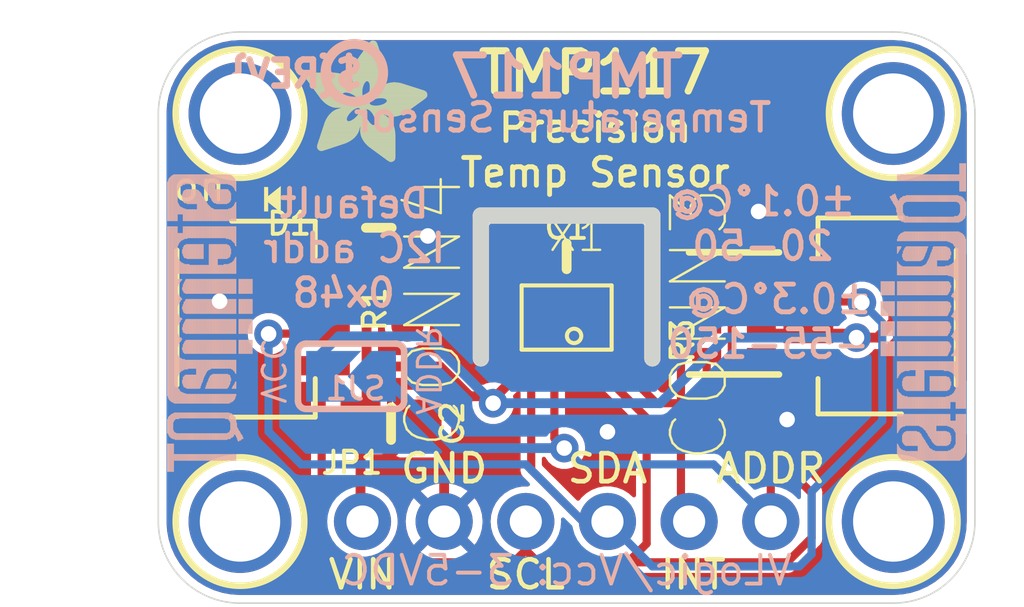
<source format=kicad_pcb>
(kicad_pcb (version 20221018) (generator pcbnew)
  (layers (0 "F.Cu" signal) (31 "B.Cu" signal) (34 "B.Paste" user) (35 "F.Paste" user) (36 "B.SilkS" user "B.Silkscreen") (37 "F.SilkS" user "F.Silkscreen") (38 "B.Mask" user) (39 "F.Mask" user) (44 "Edge.Cuts" user))
  (net 0 "")
  (net 1 "GND")
  (net 2 "SDA")
  (net 3 "SCL")
  (net 4 "INT")
  (net 5 "VCC")
  (net 6 "N$1")
  (net 7 "ADDR")
  (footprint "working:CHIPLED_0603_NOOUTLINE" (layer "F.Cu") (at 139.3571 101.3206 90)
    (fp_text reference "D1" (at -0.762 1.27) (layer "F.SilkS") (effects (font (size 0.692831 0.692831) (thickness 0.119969)) (justify right)))
    (fp_text value "GREEN")
    (pad "A" smd rect (at 0 0.75 90) (size 0.8 0.8) (layers "F.Cu" "F.Paste" "F.Mask") (net 6 "N$1"))
    (pad "C" smd rect (at 0 -0.75 90) (size 0.8 0.8) (layers "F.Cu" "F.Paste" "F.Mask") (net 1 "GND"))
  )
  (footprint "working:0603-NO" (layer "F.Cu") (at 142.6591 102.2096 -90)
    (fp_text reference "R1" (at 1.778 0.127 90) (layer "F.SilkS") (effects (font (size 0.692831 0.692831) (thickness 0.119969)) (justify right)))
    (fp_text value "")
    (pad "1" smd rect (at -0.85 0 270) (size 1.075 1) (layers "F.Cu" "F.Paste" "F.Mask") (net 6 "N$1"))
    (pad "2" smd rect (at 0.85 0 270) (size 1.075 1) (layers "F.Cu" "F.Paste" "F.Mask") (net 5 "VCC"))
  )
  (footprint "working:0603-NO" (layer "F.Cu") (at 148.5011 103.0986)
    (fp_text reference "C1" (at -0.762 -0.889) (layer "F.SilkS") (effects (font (size 0.692831 0.692831) (thickness 0.119969)) (justify left)))
    (fp_text value "0.1uF")
    (pad "1" smd rect (at -0.85 0) (size 1.075 1) (layers "F.Cu" "F.Paste" "F.Mask") (net 5 "VCC"))
    (pad "2" smd rect (at 0.85 0) (size 1.075 1) (layers "F.Cu" "F.Paste" "F.Mask") (net 1 "GND"))
  )
  (footprint "working:JST_SH4" (layer "F.Cu") (at 158.5341 105.0036 90)
    (fp_text reference "CONN3" (at -4.6 -5.9 90) (layer "F.SilkS") (effects (font (size 1.703222 1.703222) (thickness 0.074778)) (justify left)))
    (fp_text value "STEMMA_I2C_QT" hide)
    (pad "1" smd rect (at -1.5 -2.514 180) (size 1.55 0.6) (layers "F.Cu" "F.Paste" "F.Mask") (net 1 "GND"))
    (pad "2" smd rect (at -0.5 -2.514 180) (size 1.55 0.6) (layers "F.Cu" "F.Paste" "F.Mask") (net 5 "VCC"))
    (pad "3" smd rect (at 0.5 -2.514 180) (size 1.55 0.6) (layers "F.Cu" "F.Paste" "F.Mask") (net 2 "SDA"))
    (pad "4" smd rect (at 1.5 -2.514 180) (size 1.55 0.6) (layers "F.Cu" "F.Paste" "F.Mask") (net 3 "SCL"))
    (pad "MT1" smd rect (at -2.8 1.386 180) (size 1.8 1.2) (layers "F.Cu" "F.Paste" "F.Mask") (net 1 "GND"))
    (pad "MT2" smd rect (at 2.8 1.386 180) (size 1.8 1.2) (layers "F.Cu" "F.Paste" "F.Mask") (net 1 "GND"))
  )
  (footprint "working:FIDUCIAL_1MM" (layer "F.Cu") (at 155.6131 97.2566)
    (fp_text reference "FID4" hide)
    (fp_text value "FIDUCIAL_1MM" hide)
    (pad "1" smd roundrect (at 0 0) (size 1 1) (layers "F.Cu" "F.Mask") (roundrect_rratio 0.5))
  )
  (footprint "working:RESPACK_4X0603" (layer "F.Cu") (at 153.7081 104.8766 90)
    (fp_text reference "R3" (at -1.6 -1.6 90) (layer "F.SilkS") (effects (font (size 0.692831 0.692831) (thickness 0.119969)) (justify left)))
    (fp_text value "10K")
    (pad "1" smd rect (at -1.3 0.85 90) (size 0.45 0.9) (layers "F.Cu" "F.Paste" "F.Mask") (net 1 "GND"))
    (pad "2" smd rect (at -0.4 0.85 90) (size 0.45 0.9) (layers "F.Cu" "F.Paste" "F.Mask") (net 5 "VCC"))
    (pad "3" smd rect (at 0.4 0.85 90) (size 0.45 0.9) (layers "F.Cu" "F.Paste" "F.Mask") (net 2 "SDA"))
    (pad "4" smd rect (at 1.3 0.85 90) (size 0.45 0.9) (layers "F.Cu" "F.Paste" "F.Mask") (net 3 "SCL"))
    (pad "5" smd rect (at 1.3 -0.85 90) (size 0.45 0.9) (layers "F.Cu" "F.Paste" "F.Mask") (net 5 "VCC"))
    (pad "6" smd rect (at 0.4 -0.85 90) (size 0.45 0.9) (layers "F.Cu" "F.Paste" "F.Mask") (net 5 "VCC"))
    (pad "7" smd rect (at -0.4 -0.85 90) (size 0.45 0.9) (layers "F.Cu" "F.Paste" "F.Mask") (net 4 "INT"))
    (pad "8" smd rect (at -1.3 -0.85 90) (size 0.45 0.9) (layers "F.Cu" "F.Paste" "F.Mask") (net 7 "ADDR"))
  )
  (footprint "working:MOUNTINGHOLE_2.5_PLATED" (layer "F.Cu") (at 138.3411 98.6536)
    (fp_text reference "U$1" hide)
    (fp_text value "MOUNTINGHOLE2.5" hide)
    (pad "P$1" thru_hole circle (at 0 0) (size 3.2 3.2) (drill 2.5) (layers "*.Cu" "*.Mask"))
    (zone (net 0) (net_name "") (layer "F.Cu") (connect_pads (clearance 0)) (min_thickness 0.25)
      (keepout (tracks not_allowed) (vias not_allowed) (pads not_allowed) (copperpour not_allowed) (footprints allowed))
      (fill (thermal_gap 0.5) (thermal_bridge_width 0.5))
      (polygon (pts (xy 140.3571 98.6536) (xy 140.33748 98.373027) (xy 140.279004 98.097915) (xy 140.182808 97.833619) (xy 140.050765 97.585283) (xy 139.885446 97.35774) (xy 139.690067 97.15542) (xy 139.468433 96.98226) (xy 139.224856 96.841631) (xy 138.964078 96.73627) (xy 138.691175 96.668228) (xy 138.411457 96.638828) (xy 138.130371 96.648644) (xy 137.853385 96.697484) (xy 137.585893 96.784397) (xy 137.3331 96.907693) (xy 137.099926 97.06497) (xy 136.890911 97.253169) (xy 136.710122 97.468625) (xy 136.561078 97.707145) (xy 136.44668 97.964087) (xy 136.369154 98.23445) (xy 136.330011 98.512971) (xy 136.330011 98.794229) (xy 136.369154 99.07275) (xy 136.44668 99.343113) (xy 136.561078 99.600055) (xy 136.710122 99.838575) (xy 136.890911 100.054031) (xy 137.099926 100.24223) (xy 137.3331 100.399507) (xy 137.585893 100.522803) (xy 137.853385 100.609716) (xy 138.130371 100.658556) (xy 138.411457 100.668372) (xy 138.691175 100.638972) (xy 138.964078 100.57093) (xy 139.224856 100.465569) (xy 139.468433 100.32494) (xy 139.690067 100.15178) (xy 139.885446 99.94946) (xy 140.050765 99.721917) (xy 140.182808 99.473581) (xy 140.279004 99.209285) (xy 140.33748 98.934173)))
      (polygon (pts (xy 138.3251 98.6536) (xy 138.329786 98.664914) (xy 138.3411 98.6696) (xy 138.352414 98.664914) (xy 138.3571 98.6536) (xy 138.352414 98.642286) (xy 138.3411 98.6376) (xy 138.329786 98.642286)))
    )
    (zone (net 0) (net_name "") (layer "B.Cu") (connect_pads (clearance 0)) (min_thickness 0.25)
      (keepout (tracks not_allowed) (vias not_allowed) (pads not_allowed) (copperpour not_allowed) (footprints allowed))
      (fill (thermal_gap 0.5) (thermal_bridge_width 0.5))
      (polygon (pts (xy 140.3571 98.6536) (xy 140.33748 98.373027) (xy 140.279004 98.097915) (xy 140.182808 97.833619) (xy 140.050765 97.585283) (xy 139.885446 97.35774) (xy 139.690067 97.15542) (xy 139.468433 96.98226) (xy 139.224856 96.841631) (xy 138.964078 96.73627) (xy 138.691175 96.668228) (xy 138.411457 96.638828) (xy 138.130371 96.648644) (xy 137.853385 96.697484) (xy 137.585893 96.784397) (xy 137.3331 96.907693) (xy 137.099926 97.06497) (xy 136.890911 97.253169) (xy 136.710122 97.468625) (xy 136.561078 97.707145) (xy 136.44668 97.964087) (xy 136.369154 98.23445) (xy 136.330011 98.512971) (xy 136.330011 98.794229) (xy 136.369154 99.07275) (xy 136.44668 99.343113) (xy 136.561078 99.600055) (xy 136.710122 99.838575) (xy 136.890911 100.054031) (xy 137.099926 100.24223) (xy 137.3331 100.399507) (xy 137.585893 100.522803) (xy 137.853385 100.609716) (xy 138.130371 100.658556) (xy 138.411457 100.668372) (xy 138.691175 100.638972) (xy 138.964078 100.57093) (xy 139.224856 100.465569) (xy 139.468433 100.32494) (xy 139.690067 100.15178) (xy 139.885446 99.94946) (xy 140.050765 99.721917) (xy 140.182808 99.473581) (xy 140.279004 99.209285) (xy 140.33748 98.934173)))
      (polygon (pts (xy 138.3251 98.6536) (xy 138.329786 98.664914) (xy 138.3411 98.6696) (xy 138.352414 98.664914) (xy 138.3571 98.6536) (xy 138.352414 98.642286) (xy 138.3411 98.6376) (xy 138.329786 98.642286)))
    )
  )
  (footprint "working:MOUNTINGHOLE_2.5_PLATED" (layer "F.Cu") (at 138.3411 111.3536)
    (fp_text reference "U$19" hide)
    (fp_text value "MOUNTINGHOLE2.5" hide)
    (pad "P$1" thru_hole circle (at 0 0) (size 3.2 3.2) (drill 2.5) (layers "*.Cu" "*.Mask"))
    (zone (net 0) (net_name "") (layer "F.Cu") (connect_pads (clearance 0)) (min_thickness 0.25)
      (keepout (tracks not_allowed) (vias not_allowed) (pads not_allowed) (copperpour not_allowed) (footprints allowed))
      (fill (thermal_gap 0.5) (thermal_bridge_width 0.5))
      (polygon (pts (xy 140.3571 111.3536) (xy 140.33748 111.073027) (xy 140.279004 110.797915) (xy 140.182808 110.533619) (xy 140.050765 110.285283) (xy 139.885446 110.05774) (xy 139.690067 109.85542) (xy 139.468433 109.68226) (xy 139.224856 109.541631) (xy 138.964078 109.43627) (xy 138.691175 109.368228) (xy 138.411457 109.338828) (xy 138.130371 109.348644) (xy 137.853385 109.397484) (xy 137.585893 109.484397) (xy 137.3331 109.607693) (xy 137.099926 109.76497) (xy 136.890911 109.953169) (xy 136.710122 110.168625) (xy 136.561078 110.407145) (xy 136.44668 110.664087) (xy 136.369154 110.93445) (xy 136.330011 111.212971) (xy 136.330011 111.494229) (xy 136.369154 111.77275) (xy 136.44668 112.043113) (xy 136.561078 112.300055) (xy 136.710122 112.538575) (xy 136.890911 112.754031) (xy 137.099926 112.94223) (xy 137.3331 113.099507) (xy 137.585893 113.222803) (xy 137.853385 113.309716) (xy 138.130371 113.358556) (xy 138.411457 113.368372) (xy 138.691175 113.338972) (xy 138.964078 113.27093) (xy 139.224856 113.165569) (xy 139.468433 113.02494) (xy 139.690067 112.85178) (xy 139.885446 112.64946) (xy 140.050765 112.421917) (xy 140.182808 112.173581) (xy 140.279004 111.909285) (xy 140.33748 111.634173)))
      (polygon (pts (xy 138.3251 111.3536) (xy 138.329786 111.364914) (xy 138.3411 111.3696) (xy 138.352414 111.364914) (xy 138.3571 111.3536) (xy 138.352414 111.342286) (xy 138.3411 111.3376) (xy 138.329786 111.342286)))
    )
    (zone (net 0) (net_name "") (layer "B.Cu") (connect_pads (clearance 0)) (min_thickness 0.25)
      (keepout (tracks not_allowed) (vias not_allowed) (pads not_allowed) (copperpour not_allowed) (footprints allowed))
      (fill (thermal_gap 0.5) (thermal_bridge_width 0.5))
      (polygon (pts (xy 140.3571 111.3536) (xy 140.33748 111.073027) (xy 140.279004 110.797915) (xy 140.182808 110.533619) (xy 140.050765 110.285283) (xy 139.885446 110.05774) (xy 139.690067 109.85542) (xy 139.468433 109.68226) (xy 139.224856 109.541631) (xy 138.964078 109.43627) (xy 138.691175 109.368228) (xy 138.411457 109.338828) (xy 138.130371 109.348644) (xy 137.853385 109.397484) (xy 137.585893 109.484397) (xy 137.3331 109.607693) (xy 137.099926 109.76497) (xy 136.890911 109.953169) (xy 136.710122 110.168625) (xy 136.561078 110.407145) (xy 136.44668 110.664087) (xy 136.369154 110.93445) (xy 136.330011 111.212971) (xy 136.330011 111.494229) (xy 136.369154 111.77275) (xy 136.44668 112.043113) (xy 136.561078 112.300055) (xy 136.710122 112.538575) (xy 136.890911 112.754031) (xy 137.099926 112.94223) (xy 137.3331 113.099507) (xy 137.585893 113.222803) (xy 137.853385 113.309716) (xy 138.130371 113.358556) (xy 138.411457 113.368372) (xy 138.691175 113.338972) (xy 138.964078 113.27093) (xy 139.224856 113.165569) (xy 139.468433 113.02494) (xy 139.690067 112.85178) (xy 139.885446 112.64946) (xy 140.050765 112.421917) (xy 140.182808 112.173581) (xy 140.279004 111.909285) (xy 140.33748 111.634173)))
      (polygon (pts (xy 138.3251 111.3536) (xy 138.329786 111.364914) (xy 138.3411 111.3696) (xy 138.352414 111.364914) (xy 138.3571 111.3536) (xy 138.352414 111.342286) (xy 138.3411 111.3376) (xy 138.329786 111.342286)))
    )
  )
  (footprint "working:JST_SH4" (layer "F.Cu") (at 138.4681 105.0036 -90)
    (fp_text reference "CONN4" (at -4.6 -5.9 90) (layer "F.SilkS") (effects (font (size 1.703222 1.703222) (thickness 0.074778)) (justify right)))
    (fp_text value "STEMMA_I2C_QT" hide)
    (pad "1" smd rect (at -1.5 -2.514) (size 1.55 0.6) (layers "F.Cu" "F.Paste" "F.Mask") (net 1 "GND"))
    (pad "2" smd rect (at -0.5 -2.514) (size 1.55 0.6) (layers "F.Cu" "F.Paste" "F.Mask") (net 5 "VCC"))
    (pad "3" smd rect (at 0.5 -2.514) (size 1.55 0.6) (layers "F.Cu" "F.Paste" "F.Mask") (net 2 "SDA"))
    (pad "4" smd rect (at 1.5 -2.514) (size 1.55 0.6) (layers "F.Cu" "F.Paste" "F.Mask") (net 3 "SCL"))
    (pad "MT1" smd rect (at -2.8 1.386) (size 1.8 1.2) (layers "F.Cu" "F.Paste" "F.Mask") (net 1 "GND"))
    (pad "MT2" smd rect (at 2.8 1.386) (size 1.8 1.2) (layers "F.Cu" "F.Paste" "F.Mask") (net 1 "GND"))
  )
  (footprint "working:MOUNTINGHOLE_2.5_PLATED" (layer "F.Cu") (at 158.6611 111.3536)
    (fp_text reference "U$21" hide)
    (fp_text value "MOUNTINGHOLE2.5" hide)
    (pad "P$1" thru_hole circle (at 0 0) (size 3.2 3.2) (drill 2.5) (layers "*.Cu" "*.Mask"))
    (zone (net 0) (net_name "") (layer "F.Cu") (connect_pads (clearance 0)) (min_thickness 0.25)
      (keepout (tracks not_allowed) (vias not_allowed) (pads not_allowed) (copperpour not_allowed) (footprints allowed))
      (fill (thermal_gap 0.5) (thermal_bridge_width 0.5))
      (polygon (pts (xy 160.6771 111.3536) (xy 160.65748 111.073027) (xy 160.599004 110.797915) (xy 160.502808 110.533619) (xy 160.370765 110.285283) (xy 160.205446 110.05774) (xy 160.010067 109.85542) (xy 159.788433 109.68226) (xy 159.544856 109.541631) (xy 159.284078 109.43627) (xy 159.011175 109.368228) (xy 158.731457 109.338828) (xy 158.450371 109.348644) (xy 158.173385 109.397484) (xy 157.905893 109.484397) (xy 157.6531 109.607693) (xy 157.419926 109.76497) (xy 157.210911 109.953169) (xy 157.030122 110.168625) (xy 156.881078 110.407145) (xy 156.76668 110.664087) (xy 156.689154 110.93445) (xy 156.650011 111.212971) (xy 156.650011 111.494229) (xy 156.689154 111.77275) (xy 156.76668 112.043113) (xy 156.881078 112.300055) (xy 157.030122 112.538575) (xy 157.210911 112.754031) (xy 157.419926 112.94223) (xy 157.6531 113.099507) (xy 157.905893 113.222803) (xy 158.173385 113.309716) (xy 158.450371 113.358556) (xy 158.731457 113.368372) (xy 159.011175 113.338972) (xy 159.284078 113.27093) (xy 159.544856 113.165569) (xy 159.788433 113.02494) (xy 160.010067 112.85178) (xy 160.205446 112.64946) (xy 160.370765 112.421917) (xy 160.502808 112.173581) (xy 160.599004 111.909285) (xy 160.65748 111.634173)))
      (polygon (pts (xy 158.6451 111.3536) (xy 158.649786 111.364914) (xy 158.6611 111.3696) (xy 158.672414 111.364914) (xy 158.6771 111.3536) (xy 158.672414 111.342286) (xy 158.6611 111.3376) (xy 158.649786 111.342286)))
    )
    (zone (net 0) (net_name "") (layer "B.Cu") (connect_pads (clearance 0)) (min_thickness 0.25)
      (keepout (tracks not_allowed) (vias not_allowed) (pads not_allowed) (copperpour not_allowed) (footprints allowed))
      (fill (thermal_gap 0.5) (thermal_bridge_width 0.5))
      (polygon (pts (xy 160.6771 111.3536) (xy 160.65748 111.073027) (xy 160.599004 110.797915) (xy 160.502808 110.533619) (xy 160.370765 110.285283) (xy 160.205446 110.05774) (xy 160.010067 109.85542) (xy 159.788433 109.68226) (xy 159.544856 109.541631) (xy 159.284078 109.43627) (xy 159.011175 109.368228) (xy 158.731457 109.338828) (xy 158.450371 109.348644) (xy 158.173385 109.397484) (xy 157.905893 109.484397) (xy 157.6531 109.607693) (xy 157.419926 109.76497) (xy 157.210911 109.953169) (xy 157.030122 110.168625) (xy 156.881078 110.407145) (xy 156.76668 110.664087) (xy 156.689154 110.93445) (xy 156.650011 111.212971) (xy 156.650011 111.494229) (xy 156.689154 111.77275) (xy 156.76668 112.043113) (xy 156.881078 112.300055) (xy 157.030122 112.538575) (xy 157.210911 112.754031) (xy 157.419926 112.94223) (xy 157.6531 113.099507) (xy 157.905893 113.222803) (xy 158.173385 113.309716) (xy 158.450371 113.358556) (xy 158.731457 113.368372) (xy 159.011175 113.338972) (xy 159.284078 113.27093) (xy 159.544856 113.165569) (xy 159.788433 113.02494) (xy 160.010067 112.85178) (xy 160.205446 112.64946) (xy 160.370765 112.421917) (xy 160.502808 112.173581) (xy 160.599004 111.909285) (xy 160.65748 111.634173)))
      (polygon (pts (xy 158.6451 111.3536) (xy 158.649786 111.364914) (xy 158.6611 111.3696) (xy 158.672414 111.364914) (xy 158.6771 111.3536) (xy 158.672414 111.342286) (xy 158.6611 111.3376) (xy 158.649786 111.342286)))
    )
  )
  (footprint "working:MOUNTINGHOLE_2.5_PLATED" (layer "F.Cu") (at 158.6611 98.6536)
    (fp_text reference "U$17" hide)
    (fp_text value "MOUNTINGHOLE2.5" hide)
    (pad "P$1" thru_hole circle (at 0 0) (size 3.2 3.2) (drill 2.5) (layers "*.Cu" "*.Mask"))
    (zone (net 0) (net_name "") (layer "F.Cu") (connect_pads (clearance 0)) (min_thickness 0.25)
      (keepout (tracks not_allowed) (vias not_allowed) (pads not_allowed) (copperpour not_allowed) (footprints allowed))
      (fill (thermal_gap 0.5) (thermal_bridge_width 0.5))
      (polygon (pts (xy 160.6771 98.6536) (xy 160.65748 98.373027) (xy 160.599004 98.097915) (xy 160.502808 97.833619) (xy 160.370765 97.585283) (xy 160.205446 97.35774) (xy 160.010067 97.15542) (xy 159.788433 96.98226) (xy 159.544856 96.841631) (xy 159.284078 96.73627) (xy 159.011175 96.668228) (xy 158.731457 96.638828) (xy 158.450371 96.648644) (xy 158.173385 96.697484) (xy 157.905893 96.784397) (xy 157.6531 96.907693) (xy 157.419926 97.06497) (xy 157.210911 97.253169) (xy 157.030122 97.468625) (xy 156.881078 97.707145) (xy 156.76668 97.964087) (xy 156.689154 98.23445) (xy 156.650011 98.512971) (xy 156.650011 98.794229) (xy 156.689154 99.07275) (xy 156.76668 99.343113) (xy 156.881078 99.600055) (xy 157.030122 99.838575) (xy 157.210911 100.054031) (xy 157.419926 100.24223) (xy 157.6531 100.399507) (xy 157.905893 100.522803) (xy 158.173385 100.609716) (xy 158.450371 100.658556) (xy 158.731457 100.668372) (xy 159.011175 100.638972) (xy 159.284078 100.57093) (xy 159.544856 100.465569) (xy 159.788433 100.32494) (xy 160.010067 100.15178) (xy 160.205446 99.94946) (xy 160.370765 99.721917) (xy 160.502808 99.473581) (xy 160.599004 99.209285) (xy 160.65748 98.934173)))
      (polygon (pts (xy 158.6451 98.6536) (xy 158.649786 98.664914) (xy 158.6611 98.6696) (xy 158.672414 98.664914) (xy 158.6771 98.6536) (xy 158.672414 98.642286) (xy 158.6611 98.6376) (xy 158.649786 98.642286)))
    )
    (zone (net 0) (net_name "") (layer "B.Cu") (connect_pads (clearance 0)) (min_thickness 0.25)
      (keepout (tracks not_allowed) (vias not_allowed) (pads not_allowed) (copperpour not_allowed) (footprints allowed))
      (fill (thermal_gap 0.5) (thermal_bridge_width 0.5))
      (polygon (pts (xy 160.6771 98.6536) (xy 160.65748 98.373027) (xy 160.599004 98.097915) (xy 160.502808 97.833619) (xy 160.370765 97.585283) (xy 160.205446 97.35774) (xy 160.010067 97.15542) (xy 159.788433 96.98226) (xy 159.544856 96.841631) (xy 159.284078 96.73627) (xy 159.011175 96.668228) (xy 158.731457 96.638828) (xy 158.450371 96.648644) (xy 158.173385 96.697484) (xy 157.905893 96.784397) (xy 157.6531 96.907693) (xy 157.419926 97.06497) (xy 157.210911 97.253169) (xy 157.030122 97.468625) (xy 156.881078 97.707145) (xy 156.76668 97.964087) (xy 156.689154 98.23445) (xy 156.650011 98.512971) (xy 156.650011 98.794229) (xy 156.689154 99.07275) (xy 156.76668 99.343113) (xy 156.881078 99.600055) (xy 157.030122 99.838575) (xy 157.210911 100.054031) (xy 157.419926 100.24223) (xy 157.6531 100.399507) (xy 157.905893 100.522803) (xy 158.173385 100.609716) (xy 158.450371 100.658556) (xy 158.731457 100.668372) (xy 159.011175 100.638972) (xy 159.284078 100.57093) (xy 159.544856 100.465569) (xy 159.788433 100.32494) (xy 160.010067 100.15178) (xy 160.205446 99.94946) (xy 160.370765 99.721917) (xy 160.502808 99.473581) (xy 160.599004 99.209285) (xy 160.65748 98.934173)))
      (polygon (pts (xy 158.6451 98.6536) (xy 158.649786 98.664914) (xy 158.6611 98.6696) (xy 158.672414 98.664914) (xy 158.6771 98.6536) (xy 158.672414 98.642286) (xy 158.6611 98.6376) (xy 158.649786 98.642286)))
    )
  )
  (footprint "working:FIDUCIAL_1MM" (layer "F.Cu") (at 143.5481 105.2576)
    (fp_text reference "FID3" hide)
    (fp_text value "FIDUCIAL_1MM" hide)
    (pad "1" smd roundrect (at 0 0) (size 1 1) (layers "F.Cu" "F.Mask") (roundrect_rratio 0.5))
  )
  (footprint "working:0805-NO" (layer "F.Cu") (at 143.0401 108.3056)
    (fp_text reference "C2" (at 1.905 -0.762 90) (layer "F.SilkS") (effects (font (size 0.692831 0.692831) (thickness 0.119969)) (justify right)))
    (fp_text value "10uF")
    (pad "1" smd rect (at -0.95 0) (size 1.24 1.5) (layers "F.Cu" "F.Paste" "F.Mask") (net 5 "VCC"))
    (pad "2" smd rect (at 0.95 0) (size 1.24 1.5) (layers "F.Cu" "F.Paste" "F.Mask") (net 1 "GND"))
  )
  (footprint "working:ADAFRUIT_3.5MM" (layer "F.Cu") (at 140.3731 100.1776)
    (fp_text reference "U$22" hide)
    (fp_text value "" hide)
  )
  (footprint "working:1X06_ROUND_70" (layer "F.Cu") (at 148.5011 111.3536)
    (fp_text reference "JP1" (at -7.6962 -1.8288) (layer "F.SilkS") (effects (font (size 0.692831 0.692831) (thickness 0.119969)) (justify left)))
    (fp_text value "")
    (pad "1" thru_hole circle (at -6.35 0 90) (size 1.778 1.778) (drill 1) (layers "*.Cu" "*.Mask") (net 5 "VCC"))
    (pad "2" thru_hole circle (at -3.81 0 90) (size 1.778 1.778) (drill 1) (layers "*.Cu" "*.Mask") (net 1 "GND"))
    (pad "3" thru_hole circle (at -1.27 0 90) (size 1.778 1.778) (drill 1) (layers "*.Cu" "*.Mask") (net 3 "SCL"))
    (pad "4" thru_hole circle (at 1.27 0 90) (size 1.778 1.778) (drill 1) (layers "*.Cu" "*.Mask") (net 2 "SDA"))
    (pad "5" thru_hole circle (at 3.81 0 90) (size 1.778 1.778) (drill 1) (layers "*.Cu" "*.Mask") (net 4 "INT"))
    (pad "6" thru_hole circle (at 6.35 0 90) (size 1.778 1.778) (drill 1) (layers "*.Cu" "*.Mask") (net 7 "ADDR"))
  )
  (footprint "working:WSON-6" (layer "F.Cu") (at 148.5011 105.0036 180)
    (fp_text reference "X1" (at -1.27 2.54) (layer "F.SilkS") (effects (font (size 0.941222 0.941222) (thickness 0.074778)) (justify right)))
    (fp_text value "TMP117_WSON")
    (pad "1" smd roundrect (at -0.975 -0.65 270) (size 0.3 0.45) (layers "F.Cu" "F.Paste" "F.Mask") (roundrect_rratio 0.025) (net 3 "SCL"))
    (pad "2" smd roundrect (at -0.975 0 270) (size 0.3 0.45) (layers "F.Cu" "F.Paste" "F.Mask") (roundrect_rratio 0.025) (net 1 "GND"))
    (pad "3" smd roundrect (at -0.975 0.65 270) (size 0.3 0.45) (layers "F.Cu" "F.Paste" "F.Mask") (roundrect_rratio 0.025) (net 4 "INT"))
    (pad "4" smd roundrect (at 0.975 0.65 270) (size 0.3 0.45) (layers "F.Cu" "F.Paste" "F.Mask") (roundrect_rratio 0.025) (net 7 "ADDR"))
    (pad "5" smd roundrect (at 0.975 0 270) (size 0.3 0.45) (layers "F.Cu" "F.Paste" "F.Mask") (roundrect_rratio 0.025) (net 5 "VCC"))
    (pad "6" smd roundrect (at 0.975 -0.65 270) (size 0.3 0.45) (layers "F.Cu" "F.Paste" "F.Mask") (roundrect_rratio 0.025) (net 2 "SDA"))
  )
  (footprint "working:PCBFEAT-REV-040" (layer "B.Cu") (at 141.8971 97.3836 180)
    (fp_text reference "U$25" hide)
    (fp_text value "" hide)
    (fp_text user "${REV}" (at -0.3556 -0.508) (layer "B.SilkS") (effects (font (size 0.8128 0.8128) (thickness 0.2032)) (justify left bottom mirror)))
  )
  (footprint "working:STEMMAQT" (layer "B.Cu") (at 138.7221 100.5586 -90)
    (fp_text reference "U$31" hide)
    (fp_text value "" hide)
  )
  (footprint "working:STEMMAQT" (layer "B.Cu") (at 158.2801 109.4486 90)
    (fp_text reference "U$30" hide)
    (fp_text value "" hide)
  )
  (footprint "working:SOLDERJUMPER_ARROW_NOPASTE" (layer "B.Cu") (at 141.7955 106.8324 180)
    (fp_text reference "SJ1" (at -1.143 -0.381) (layer "B.SilkS") (effects (font (size 0.692831 0.692831) (thickness 0.119969)) (justify left mirror)))
    (fp_text value "")
    (fp_poly (pts (xy 0.106121 -0.002663) (xy -0.679416 -0.7882) (xy -1.3946 -0.7882) (xy -1.3946 0.7882) (xy -0.62715 0.7882)) (fill solid) (layer "B.Cu"))
    (fp_poly (pts (xy 1.3946 -0.7882) (xy -0.315893 -0.7882) (xy 0.443148 0) (xy -0.315893 0.7882) (xy 1.3946 0.7882)) (fill solid) (layer "B.Cu"))
    (pad "1" smd roundrect (at -1.016 0 180) (size 0.762 1.524) (layers "B.Cu") (net 7 "ADDR"))
    (pad "2" smd roundrect (at 1.016 0 180) (size 0.762 1.524) (layers "B.Cu") (net 5 "VCC"))
  )
  (gr_line (start 145.8341 101.8286) (end 151.1681 101.8286) (stroke (width 0.508)) (layer "Edge.Cuts"))
  (gr_arc (start 161.2011 111.3536) (mid 160.457151 113.149651) (end 158.6611 113.8936) (stroke (width 0.05)) (layer "Edge.Cuts"))
  (gr_line (start 145.8341 106.2736) (end 145.8341 101.8286) (stroke (width 0.508)) (layer "Edge.Cuts"))
  (gr_line (start 138.3411 113.8936) (end 158.6611 113.8936) (stroke (width 0.05)) (layer "Edge.Cuts"))
  (gr_arc (start 138.3411 113.8936) (mid 136.545049 113.149651) (end 135.8011 111.3536) (stroke (width 0.05)) (layer "Edge.Cuts"))
  (gr_arc (start 135.8011 98.6536) (mid 136.545049 96.857549) (end 138.3411 96.1136) (stroke (width 0.05)) (layer "Edge.Cuts"))
  (gr_line (start 161.2011 111.3536) (end 161.2011 98.6536) (stroke (width 0.05)) (layer "Edge.Cuts"))
  (gr_line (start 135.8011 98.6536) (end 135.8011 111.3536) (stroke (width 0.05)) (layer "Edge.Cuts"))
  (gr_line (start 158.6611 96.1136) (end 138.3411 96.1136) (stroke (width 0.05)) (layer "Edge.Cuts"))
  (gr_arc (start 158.6611 96.1136) (mid 160.457151 96.857549) (end 161.2011 98.6536) (stroke (width 0.05)) (layer "Edge.Cuts"))
  (gr_line (start 151.1681 101.8286) (end 151.1681 106.2736) (stroke (width 0.508)) (layer "Edge.Cuts"))
  (gr_text "Default\nI2C addr\n 0x48" (at 141.8971 102.8446) (layer "B.SilkS") (effects (font (size 0.8636 0.8636) (thickness 0.1524)) (justify mirror)))
  (gr_text "±0.1°C@\n20-50" (at 154.5971 102.0826) (layer "B.SilkS") (effects (font (size 0.8636 0.8636) (thickness 0.1524)) (justify mirror)))
  (gr_text "VCC" (at 139.3571 106.6546 -90) (layer "B.SilkS") (effects (font (size 0.715264 0.715264) (thickness 0.097536)) (justify mirror)))
  (gr_text "Temperature Sensor" (at 148.3741 98.7806) (layer "B.SilkS") (effects (font (size 0.8636 0.8636) (thickness 0.1524)) (justify mirror)))
  (gr_text "TMP117" (at 148.5011 97.5106) (layer "B.SilkS") (effects (font (size 1.25222 1.25222) (thickness 0.22098)) (justify mirror)))
  (gr_text "ADDR" (at 144.1831 106.6546 -90) (layer "B.SilkS") (effects (font (size 0.715264 0.715264) (thickness 0.097536)) (justify mirror)))
  (gr_text "±0.3°C@\n -55-150" (at 155.1051 105.1306) (layer "B.SilkS") (effects (font (size 0.8636 0.8636) (thickness 0.1524)) (justify mirror)))
  (gr_text "VLogic/Vcc: 3-5VDC" (at 148.5011 112.8776) (layer "B.SilkS") (effects (font (size 0.89408 0.89408) (thickness 0.12192)) (justify mirror)))
  (gr_text "on" (at 136.1821 101.4476) (layer "F.SilkS") (effects (font (size 0.89408 0.89408) (thickness 0.12192)) (justify left bottom)))
  (gr_text "SDA" (at 149.7711 109.7026) (layer "F.SilkS") (effects (font (size 0.87376 0.87376) (thickness 0.14224))))
  (gr_text "TMP117" (at 149.3901 97.3836) (layer "F.SilkS") (effects (font (size 1.25222 1.25222) (thickness 0.22098))))
  (gr_text "VIN" (at 142.1511 113.0046) (layer "F.SilkS") (effects (font (size 0.87376 0.87376) (thickness 0.14224))))
  (gr_text "ADDR" (at 154.8511 109.7026) (layer "F.SilkS") (effects (font (size 0.87376 0.87376) (thickness 0.14224))))
  (gr_text "INT" (at 152.4381 113.0046) (layer "F.SilkS") (effects (font (size 0.87376 0.87376) (thickness 0.14224))))
  (gr_text "SCL" (at 147.2311 113.0046) (layer "F.SilkS") (effects (font (size 0.87376 0.87376) (thickness 0.14224))))
  (gr_text "Precision\nTemp Sensor" (at 149.3901 99.7966) (layer "F.SilkS") (effects (font (size 0.8636 0.8636) (thickness 0.1524))))
  (gr_text "GND" (at 144.6911 109.7026) (layer "F.SilkS") (effects (font (size 0.87376 0.87376) (thickness 0.14224))))
  (segment (start 144.6911 109.0066) (end 143.9901 108.3056) (width 0.3048) (layer "F.Cu") (net 1))
  (segment (start 149.4761 105.0036) (end 149.0091 105.0036) (width 0.3048) (layer "F.Cu") (net 1))
  (segment (start 149.0091 105.0036) (end 148.8821 104.8766) (width 0.3048) (layer "F.Cu") (net 1))
  (segment (start 148.8821 103.5676) (end 149.3511 103.0986) (width 0.3048) (layer "F.Cu") (net 1))
  (segment (start 148.8821 104.8766) (end 148.8821 103.5676) (width 0.3048) (layer "F.Cu") (net 1))
  (segment (start 144.6911 111.3536) (end 144.6911 109.0066) (width 0.3048) (layer "F.Cu") (net 1))
  (via (at 149.7711 108.5596) (size 0.889) (drill 0.4826) (layers "F.Cu" "B.Cu") (net 1))
  (via (at 137.7061 104.4956) (size 0.889) (drill 0.4826) (layers "F.Cu" "B.Cu") (net 1))
  (via (at 144.1831 102.4636) (size 0.889) (drill 0.4826) (layers "F.Cu" "B.Cu") (net 1))
  (via (at 155.3591 108.1786) (size 0.889) (drill 0.4826) (layers "F.Cu" "B.Cu") (net 1))
  (via (at 154.4701 101.7016) (size 0.889) (drill 0.4826) (layers "F.Cu" "B.Cu") (net 1))
  (segment (start 156.0201 104.5036) (end 157.6531 104.5036) (width 0.254) (layer "F.Cu") (net 2))
  (segment (start 140.9821 105.5036) (end 139.2381 105.5036) (width 0.254) (layer "F.Cu") (net 2))
  (segment (start 147.5261 105.6536) (end 147.3991 105.7806) (width 0.254) (layer "F.Cu") (net 2))
  (segment (start 149.0091 111.3536) (end 147.3991 109.7436) (width 0.254) (layer "F.Cu") (net 2))
  (segment (start 139.2381 105.5036) (end 139.2301 105.5116) (width 0.254) (layer "F.Cu") (net 2))
  (segment (start 157.684896 104.535397) (end 157.6531 104.5036) (width 0.254) (layer "F.Cu") (net 2))
  (segment (start 154.5851 104.5036) (end 154.5581 104.4766) (width 0.3048) (layer "F.Cu") (net 2))
  (segment (start 156.0201 104.5036) (end 154.5851 104.5036) (width 0.3048) (layer "F.Cu") (net 2))
  (segment (start 149.7711 111.3536) (end 149.0091 111.3536) (width 0.254) (layer "F.Cu") (net 2))
  (segment (start 147.3991 105.7806) (end 147.3991 109.7436) (width 0.254) (layer "F.Cu") (net 2))
  (via (at 157.684896 104.535397) (size 0.889) (drill 0.4826) (layers "F.Cu" "B.Cu") (net 2))
  (via (at 139.2301 105.5116) (size 0.889) (drill 0.4826) (layers "F.Cu" "B.Cu") (net 2))
  (segment (start 158.319896 108.218397) (end 156.1211 110.417194) (width 0.254) (layer "B.Cu") (net 2))
  (segment (start 140.2461 109.5756) (end 139.2301 108.5596) (width 0.254) (layer "B.Cu") (net 2))
  (segment (start 149.0091 111.3536) (end 149.7711 111.3536) (width 0.254) (layer "B.Cu") (net 2))
  (segment (start 155.7401 112.7506) (end 156.1211 112.3696) (width 0.254) (layer "B.Cu") (net 2))
  (segment (start 158.319896 105.170397) (end 158.319896 108.218397) (width 0.254) (layer "B.Cu") (net 2))
  (segment (start 151.1681 112.7506) (end 155.7401 112.7506) (width 0.254) (layer "B.Cu") (net 2))
  (segment (start 149.0091 111.3536) (end 147.2311 109.5756) (width 0.254) (layer "B.Cu") (net 2))
  (segment (start 149.7711 111.3536) (end 151.1681 112.7506) (width 0.254) (layer "B.Cu") (net 2))
  (segment (start 157.684896 104.535397) (end 158.319896 105.170397) (width 0.254) (layer "B.Cu") (net 2))
  (segment (start 139.2301 105.5116) (end 139.2301 108.5596) (width 0.254) (layer "B.Cu") (net 2))
  (segment (start 140.2461 109.5756) (end 147.2311 109.5756) (width 0.254) (layer "B.Cu") (net 2))
  (segment (start 156.1211 110.417194) (end 156.1211 112.3696) (width 0.254) (layer "B.Cu") (net 2))
  (segment (start 147.6121 112.6236) (end 147.2311 112.2426) (width 0.254) (layer "F.Cu") (net 3))
  (segment (start 154.5581 103.5766) (end 154.5581 103.5036) (width 0.3048) (layer "F.Cu") (net 3))
  (segment (start 147.6121 112.6236) (end 150.4061 112.6236) (width 0.254) (layer "F.Cu") (net 3))
  (segment (start 140.9821 106.5036) (end 140.8811 106.6046) (width 0.254) (layer "F.Cu") (net 3))
  (segment (start 156.1211 110.4646) (end 153.6383 107.9818) (width 0.254) (layer "F.Cu") (net 3))
  (segment (start 149.4761 106.6136) (end 150.9903 108.1278) (width 0.254) (layer "F.Cu") (net 3))
  (segment (start 150.9903 108.1278) (end 150.9903 112.0394) (width 0.254) (layer "F.Cu") (net 3))
  (segment (start 153.6383 107.9818) (end 153.6383 103.8034) (width 0.254) (layer "F.Cu") (net 3))
  (segment (start 149.4761 105.6536) (end 149.4761 106.6136) (width 0.254) (layer "F.Cu") (net 3))
  (segment (start 146.8501 112.6236) (end 147.2311 112.2426) (width 0.254) (layer "F.Cu") (net 3))
  (segment (start 150.9903 112.0394) (end 150.4061 112.6236) (width 0.254) (layer "F.Cu") (net 3))
  (segment (start 141.5161 112.6236) (end 146.8501 112.6236) (width 0.254) (layer "F.Cu") (net 3))
  (segment (start 147.2311 112.2426) (end 147.2311 111.3536) (width 0.254) (layer "F.Cu") (net 3))
  (segment (start 153.6383 103.8034) (end 153.9381 103.5036) (width 0.254) (layer "F.Cu") (net 3))
  (segment (start 150.4061 112.6236) (end 155.3591 112.6236) (width 0.254) (layer "F.Cu") (net 3))
  (segment (start 153.9381 103.5036) (end 154.5581 103.5036) (width 0.254) (layer "F.Cu") (net 3))
  (segment (start 154.5581 103.5036) (end 156.0201 103.5036) (width 0.254) (layer "F.Cu") (net 3))
  (segment (start 140.8811 111.9886) (end 141.5161 112.6236) (width 0.254) (layer "F.Cu") (net 3))
  (segment (start 140.8811 106.6046) (end 140.8811 111.9886) (width 0.254) (layer "F.Cu") (net 3))
  (segment (start 156.1211 111.8616) (end 156.1211 110.4646) (width 0.254) (layer "F.Cu") (net 3))
  (segment (start 155.3591 112.6236) (end 156.1211 111.8616) (width 0.254) (layer "F.Cu") (net 3))
  (segment (start 149.4761 104.3536) (end 149.8831 104.3536) (width 0.254) (layer "F.Cu") (net 4))
  (segment (start 152.0571 107.6706) (end 152.0571 111.0996) (width 0.254) (layer "F.Cu") (net 4))
  (segment (start 149.8831 104.3536) (end 150.0313 104.5018) (width 0.254) (layer "F.Cu") (net 4))
  (segment (start 150.0313 104.5018) (end 150.0313 106.4068) (width 0.254) (layer "F.Cu") (net 4))
  (segment (start 151.2951 107.6706) (end 152.0571 107.6706) (width 0.254) (layer "F.Cu") (net 4))
  (segment (start 150.0313 106.4068) (end 151.2951 107.6706) (width 0.254) (layer "F.Cu") (net 4))
  (segment (start 152.0571 111.0996) (end 152.3111 111.3536) (width 0.254) (layer "F.Cu") (net 4))
  (segment (start 152.2921 105.2766) (end 152.8581 105.2766) (width 0.254) (layer "F.Cu") (net 4))
  (segment (start 152.0571 105.5116) (end 152.0571 107.6706) (width 0.254) (layer "F.Cu") (net 4))
  (segment (start 152.0571 105.5116) (end 152.2921 105.2766) (width 0.254) (layer "F.Cu") (net 4))
  (segment (start 142.1511 111.3536) (end 142.0901 111.2926) (width 0.3048) (layer "F.Cu") (net 5))
  (segment (start 142.2781 106.5276) (end 142.2781 107.9156) (width 0.3048) (layer "F.Cu") (net 5))
  (segment (start 146.3047 107.454) (end 146.0881 107.454) (width 0.3048) (layer "F.Cu") (net 5))
  (segment (start 157.5181 105.627594) (end 157.394106 105.5036) (width 0.3048) (layer "F.Cu") (net 5))
  (segment (start 142.6591 103.7496) (end 141.9051 104.5036) (width 0.3048) (layer "F.Cu") (net 5))
  (segment (start 141.9051 104.5036) (end 142.2781 104.8766) (width 0.3048) (layer "F.Cu") (net 5))
  (segment (start 140.9821 104.5036) (end 141.9051 104.5036) (width 0.3048) (layer "F.Cu") (net 5))
  (segment (start 156.0201 105.5036) (end 154.7851 105.5036) (width 0.3048) (layer "F.Cu") (net 5))
  (segment (start 146.0881 107.454) (end 146.2151 107.581) (width 0.3048) (layer "F.Cu") (net 5))
  (segment (start 146.8501 103.6066) (end 147.3581 103.0986) (width 0.3048) (layer "F.Cu") (net 5))
  (segment (start 158.6611 105.1306) (end 158.164106 105.627594) (width 0.3048) (layer "F.Cu") (net 5))
  (segment (start 158.164106 105.627594) (end 157.5181 105.627594) (width 0.3048) (layer "F.Cu") (net 5))
  (segment (start 146.0881 107.454) (end 145.4905 107.454) (width 0.3048) (layer "F.Cu") (net 5))
  (segment (start 142.2781 104.8766) (end 142.2781 106.5276) (width 0.3048) (layer "F.Cu") (net 5))
  (segment (start 153.5901 102.8446) (end 157.8991 102.8446) (width 0.3048) (layer "F.Cu") (net 5))
  (segment (start 152.8581 103.5766) (end 152.8581 104.4766) (width 0.3048) (layer "F.Cu") (net 5))
  (segment (start 144.5641 106.5276) (end 142.2781 106.5276) (width 0.3048) (layer "F.Cu") (net 5))
  (segment (start 152.8581 103.5766) (end 153.5901 102.8446) (width 0.3048) (layer "F.Cu") (net 5))
  (segment (start 146.8501 106.9086) (end 146.3047 107.454) (width 0.3048) (layer "F.Cu") (net 5))
  (segment (start 147.5261 105.0036) (end 146.8501 105.0036) (width 0.3048) (layer "F.Cu") (net 5))
  (segment (start 145.4905 107.454) (end 144.5641 106.5276) (width 0.3048) (layer "F.Cu") (net 5))
  (segment (start 146.8501 105.0036) (end 146.8501 103.6066) (width 0.3048) (layer "F.Cu") (net 5))
  (segment (start 154.7851 105.5036) (end 154.5581 105.2766) (width 0.3048) (layer "F.Cu") (net 5))
  (segment (start 157.8991 102.8446) (end 158.6611 103.6066) (width 0.3048) (layer "F.Cu") (net 5))
  (segment (start 158.6611 103.6066) (end 158.6611 105.1306) (width 0.3048) (layer "F.Cu") (net 5))
  (segment (start 146.2151 107.581) (end 146.2151 107.6706) (width 0.3048) (layer "F.Cu") (net 5))
  (segment (start 142.2781 107.9156) (end 142.0901 108.1036) (width 0.3048) (layer "F.Cu") (net 5))
  (segment (start 142.6591 103.0596) (end 142.6591 103.7496) (width 0.3048) (layer "F.Cu") (net 5))
  (segment (start 142.0901 108.3056) (end 142.0901 111.2926) (width 0.3048) (layer "F.Cu") (net 5))
  (segment (start 147.3581 103.0986) (end 147.6511 103.0986) (width 0.3048) (layer "F.Cu") (net 5))
  (segment (start 156.0201 105.5036) (end 157.394106 105.5036) (width 0.3048) (layer "F.Cu") (net 5))
  (segment (start 142.0901 108.1036) (end 142.0901 108.3056) (width 0.3048) (layer "F.Cu") (net 5))
  (segment (start 146.8501 105.0036) (end 146.8501 106.9086) (width 0.3048) (layer "F.Cu") (net 5))
  (via (at 157.5181 105.627594) (size 0.889) (drill 0.4826) (layers "F.Cu" "B.Cu") (net 5))
  (via (at 146.2151 107.6706) (size 0.889) (drill 0.4826) (layers "F.Cu" "B.Cu") (net 5))
  (segment (start 153.4541 105.627594) (end 151.411093 107.6706) (width 0.3048) (layer "B.Cu") (net 5))
  (segment (start 144.1323 105.5878) (end 146.2151 107.6706) (width 0.3048) (layer "B.Cu") (net 5))
  (segment (start 141.412418 105.5878) (end 144.1323 105.5878) (width 0.3048) (layer "B.Cu") (net 5))
  (segment (start 157.5181 105.627594) (end 153.4541 105.627594) (width 0.3048) (layer "B.Cu") (net 5))
  (segment (start 140.7795 106.8324) (end 140.7795 106.220719) (width 0.3048) (layer "B.Cu") (net 5))
  (segment (start 141.412418 105.5878) (end 140.7795 106.220719) (width 0.3048) (layer "B.Cu") (net 5))
  (segment (start 151.411093 107.6706) (end 146.2151 107.6706) (width 0.3048) (layer "B.Cu") (net 5))
  (segment (start 142.6201 101.3206) (end 142.6591 101.3596) (width 0.254) (layer "F.Cu") (net 6))
  (segment (start 140.1071 101.3206) (end 142.6201 101.3206) (width 0.254) (layer "F.Cu") (net 6))
  (segment (start 152.8581 106.1766) (end 152.8581 107.9636) (width 0.254) (layer "F.Cu") (net 7))
  (segment (start 147.5261 104.3536) (end 147.8511 104.3536) (width 0.254) (layer "F.Cu") (net 7))
  (segment (start 154.8511 109.9566) (end 154.8511 111.3536) (width 0.254) (layer "F.Cu") (net 7))
  (segment (start 154.8511 109.9566) (end 152.8581 107.9636) (width 0.254) (layer "F.Cu") (net 7))
  (segment (start 148.1201 104.6226) (end 148.1201 108.7599) (width 0.254) (layer "F.Cu") (net 7))
  (segment (start 147.8511 104.3536) (end 148.1201 104.6226) (width 0.254) (layer "F.Cu") (net 7))
  (segment (start 148.1201 108.7599) (end 148.4278 109.0676) (width 0.254) (layer "F.Cu") (net 7))
  (via (at 148.4278 109.0676) (size 0.889) (drill 0.4826) (layers "F.Cu" "B.Cu") (net 7))
  (segment (start 148.9358 109.5756) (end 148.4278 109.0676) (width 0.254) (layer "B.Cu") (net 7))
  (segment (start 145.0467 109.0676) (end 142.8115 106.8324) (width 0.3048) (layer "B.Cu") (net 7))
  (segment (start 148.9358 109.5756) (end 153.0731 109.5756) (width 0.254) (layer "B.Cu") (net 7))
  (segment (start 153.0731 109.5756) (end 154.8511 111.3536) (width 0.254) (layer "B.Cu") (net 7))
  (segment (start 148.4278 109.0676) (end 145.0467 109.0676) (width 0.3048) (layer "B.Cu") (net 7))
  (zone (net 1) (net_name "GND") (layer "F.Cu") (priority 6) (connect_pads (clearance 0.000001)) (min_thickness 0.127) (fill yes (thermal_gap 0.304) (thermal_bridge_width 0.304))
    (polygon (pts (xy 161.3281 114.0206) (xy 135.6741 114.0206) (xy 135.6741 95.9866) (xy 161.3281 95.9866)))
  )
  (zone (net 1) (net_name "GND") (layer "B.Cu") (priority 6) (connect_pads (clearance 0.000001)) (min_thickness 0.127) (fill yes (thermal_gap 0.304) (thermal_bridge_width 0.304))
    (polygon (pts (xy 161.3281 114.0206) (xy 135.6741 114.0206) (xy 135.6741 95.9866) (xy 161.3281 95.9866)))
  )
)
</source>
